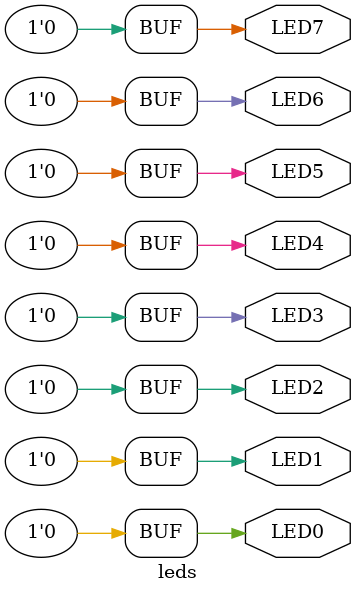
<source format=v>

module leds(output wire LED0,
            output wire LED1,
            output wire LED2,
            output wire LED3,
            output wire LED4,
            output wire LED5,
            output wire LED6,
            output wire LED7);

assign LED0 = 1'b0;
assign LED1 = 1'b0;
assign LED2 = 1'b0;
assign LED3 = 1'b0;
assign LED4 = 1'b0;
assign LED5 = 1'b0;
assign LED6 = 1'b0;
assign LED7 = 1'b0;

endmodule

</source>
